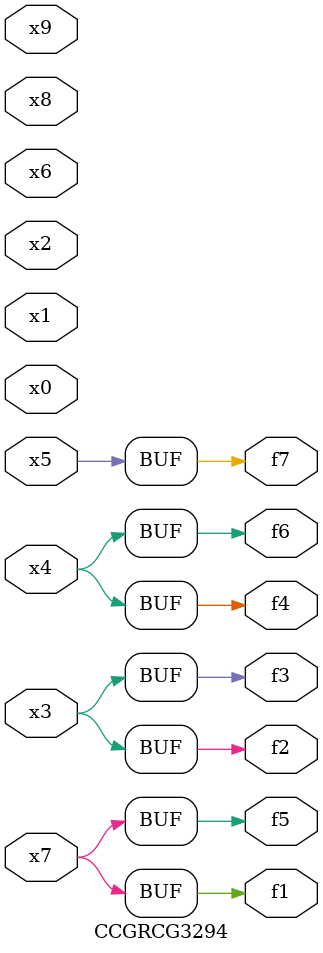
<source format=v>
module CCGRCG3294(
	input x0, x1, x2, x3, x4, x5, x6, x7, x8, x9,
	output f1, f2, f3, f4, f5, f6, f7
);
	assign f1 = x7;
	assign f2 = x3;
	assign f3 = x3;
	assign f4 = x4;
	assign f5 = x7;
	assign f6 = x4;
	assign f7 = x5;
endmodule

</source>
